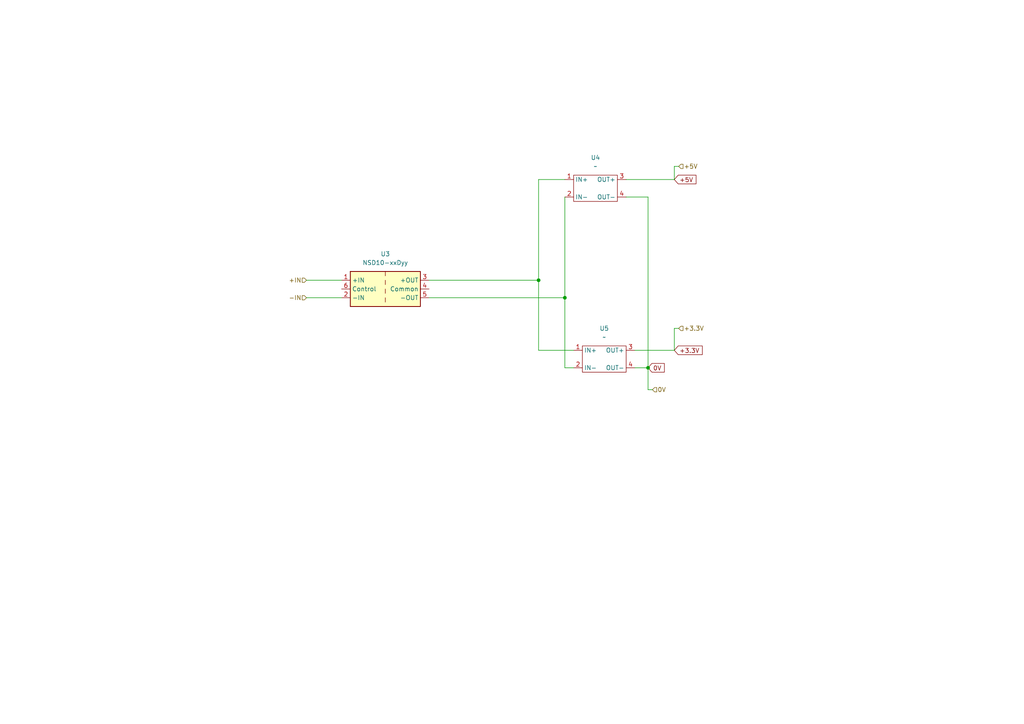
<source format=kicad_sch>
(kicad_sch (version 20250114) (generator "eeschema") (generator_version "9.0")
  (paper "A4")
  (lib_symbols
    (symbol "Converter_DCDC:NSD10-xxDyy"
      (property "Reference" "U" (at -6.35 6.35 0))
      (property "Value" "NSD10-xxDyy" (at 2.54 6.35 0))
      (symbol "NSD10-xxDyy_0_1"
        (rectangle (start -10.16 5.08) (end 10.16 -5.08) (stroke (width 0.254)) (fill (type background)))
        (polyline (pts (xy 0 5.08) (xy 0 3.81)))
        (polyline (pts (xy 0 2.54) (xy 0 1.27)))
        (polyline (pts (xy 0 0) (xy 0 -1.27)))
        (polyline (pts (xy 0 -2.54) (xy 0 -3.81)))
      )
      (symbol "NSD10-xxDyy_1_0"
        (pin power_in line (at -12.7 2.54 0) (length 2.54) (name "+IN") (number "1"))
        (pin input line (at -12.7 0 0) (length 2.54) (name "Control") (number "6"))
        (pin power_in line (at -12.7 -2.54 0) (length 2.54) (name "-IN") (number "2"))
        (pin power_out line (at 12.7 2.54 180) (length 2.54) (name "+OUT") (number "3"))
        (pin power_out line (at 12.7 0 180) (length 2.54) (name "Common") (number "4"))
        (pin power_out line (at 12.7 -2.54 180) (length 2.54) (name "-OUT") (number "5"))
      )
    )
    (symbol "Mini 360 MP2307:Mini_360"
      (property "Reference" "U" (at 0 0 0))
      (symbol "Mini_360_0_1"
        (rectangle (start 0 -1.27) (end 12.7 -8.89))
      )
      (symbol "Mini_360_1_1"
        (pin input line (at -2.54 -2.54 0) (length 2.54) (name "IN+") (number "1"))
        (pin input line (at -2.54 -7.62 0) (length 2.54) (name "IN-") (number "2"))
        (pin output line (at 15.24 -2.54 180) (length 2.54) (name "OUT+") (number "3"))
        (pin output line (at 15.24 -7.62 180) (length 2.54) (name "OUT-") (number "4"))
      )
    )
  )
  (junction (at 156.21 81.28))
  (junction (at 163.83 86.36))
  (junction (at 187.96 106.68))
  (wire (pts (xy 196.85 95.25) (xy 195.58 95.25)))
  (wire (pts (xy 156.21 52.07) (xy 163.83 52.07)))
  (wire (pts (xy 187.96 57.15) (xy 187.96 106.68)))
  (wire (pts (xy 181.61 52.07) (xy 195.58 52.07)))
  (wire (pts (xy 163.83 57.15) (xy 163.83 86.36)))
  (wire (pts (xy 156.21 101.6) (xy 156.21 81.28)))
  (wire (pts (xy 196.85 48.26) (xy 195.58 48.26)))
  (wire (pts (xy 187.96 106.68) (xy 184.15 106.68)))
  (wire (pts (xy 88.9 81.28) (xy 99.06 81.28)))
  (wire (pts (xy 181.61 57.15) (xy 187.96 57.15)))
  (wire (pts (xy 195.58 48.26) (xy 195.58 52.07)))
  (wire (pts (xy 156.21 81.28) (xy 156.21 52.07)))
  (wire (pts (xy 163.83 106.68) (xy 166.37 106.68)))
  (wire (pts (xy 88.9 86.36) (xy 99.06 86.36)))
  (wire (pts (xy 187.96 106.68) (xy 187.96 113.03)))
  (wire (pts (xy 166.37 101.6) (xy 156.21 101.6)))
  (wire (pts (xy 184.15 101.6) (xy 195.58 101.6)))
  (wire (pts (xy 124.46 86.36) (xy 163.83 86.36)))
  (wire (pts (xy 163.83 86.36) (xy 163.83 106.68)))
  (wire (pts (xy 195.58 95.25) (xy 195.58 101.6)))
  (wire (pts (xy 189.23 113.03) (xy 187.96 113.03)))
  (wire (pts (xy 124.46 81.28) (xy 156.21 81.28)))
  (global_label "0V" (shape input) (at 187.96 106.68 0) (property "Intersheetrefs" "${INTERSHEET_REFS}" (effects (hide yes))))
  (global_label "+3.3V" (shape input) (at 195.58 101.6 0) (property "Intersheetrefs" "${INTERSHEET_REFS}" (effects (hide yes))))
  (global_label "+5V" (shape input) (at 195.58 52.07 0) (property "Intersheetrefs" "${INTERSHEET_REFS}" (effects (hide yes))))
  (hierarchical_label "+3.3V" (shape input) (at 196.85 95.25 0))
  (hierarchical_label "+IN" (shape input) (at 88.9 81.28 180))
  (hierarchical_label "+5V" (shape input) (at 196.85 48.26 0))
  (hierarchical_label "-IN" (shape input) (at 88.9 86.36 180))
  (hierarchical_label "0V" (shape input) (at 189.23 113.03 0))
  (symbol (lib_id "Mini 360 MP2307:Mini_360") (at 168.91 99.06 0) (unit 1)
    (property "Reference" "U5" (at 175.26 95.25 0))
    (property "Value" "~" (at 175.26 97.79 0))
    (property "Footprint" "Mini 360 MP2307:MP 360 TH" (effects (hide yes)))
  )
  (symbol (lib_id "Converter_DCDC:NSD10-xxDyy") (at 111.76 83.82 0) (unit 1)
    (property "Reference" "U3" (at 111.76 73.66 0))
    (property "Value" "NSD10-xxDyy" (at 111.76 76.2 0))
    (property "Footprint" "Converter_DCDC:Converter_DCDC_MeanWell_NSD10_THT" (effects (hide yes)))
    (property "Datasheet" "https://www.meanwell.com/webapp/product/search.aspx?prod=NSD10-D" (effects (hide yes)))
    (property "Description" "MeanWell 10W DC/DC converter, dual fixed output, 1kVDC isolation" (effects (hide yes)))
  )
  (symbol (lib_id "Mini 360 MP2307:Mini_360") (at 166.37 49.53 0) (unit 1)
    (property "Reference" "U4" (at 172.72 45.72 0))
    (property "Value" "~" (at 172.72 48.26 0))
    (property "Footprint" "Mini 360 MP2307:MP 360 TH" (effects (hide yes)))
  )
)
</source>
